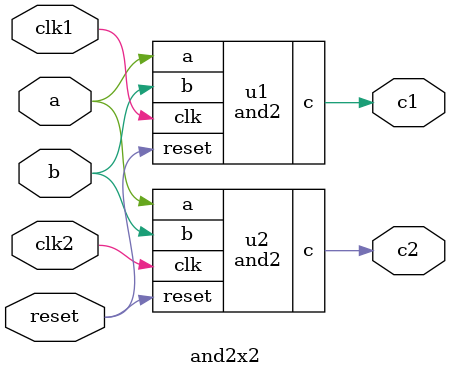
<source format=v>
`timescale 1ns / 1ps

module and2 (
  input a,
  input b,
  input clk,
  input reset,
  output reg c = 1'b0
);

  reg a_reg, b_reg  = 1'b0;

  always@(posedge clk)
    if (reset) begin
      a_reg <= 1'b0;
      b_reg <= 1'b0;
      c     <= 1'b0;
    end else begin
      a_reg <= a;
      b_reg <= b;
      c     <= a_reg & b_reg;
    end

endmodule


module and2x2  (
  input a,
  input b,
  input clk1,
  input clk2,
  input reset,
  output wire c1,
  output wire c2 
);
   
   and2 u1 (a,b, clk1, reset, c1);
   and2 u2 (a,b, clk2, reset, c2);


endmodule

</source>
